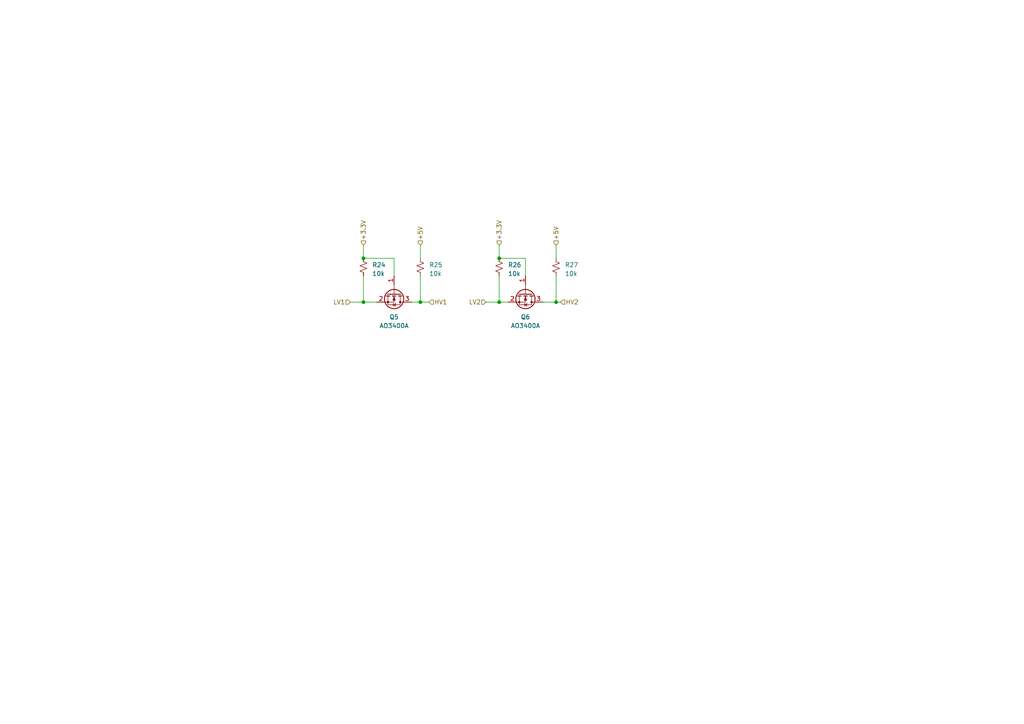
<source format=kicad_sch>
(kicad_sch (version 20230121) (generator eeschema)
  (paper "A4")
  (lib_symbols
    (symbol "Device:R_Small_US" (pin_numbers hide) (pin_names (offset 0.254) hide)
      (property "Reference" "R" (at 0.762 0.508 0))
      (property "Value" "R_Small_US" (at 0.762 -1.016 0))
      (symbol "R_Small_US_1_1"
        (polyline (pts (xy 0 0) (xy 1.016 -0.381) (xy 0 -0.762) (xy -1.016 -1.143) (xy 0 -1.524)))
        (polyline (pts (xy 0 1.524) (xy 1.016 1.143) (xy 0 0.762) (xy -1.016 0.381) (xy 0 0)))
        (pin passive line (at 0 2.54 270) (length 1.016) (name "~") (number "1"))
        (pin passive line (at 0 -2.54 90) (length 1.016) (name "~") (number "2"))
      )
    )
    (symbol "Transistor_FET:AO3400A" (pin_names hide)
      (property "Reference" "Q" (at 5.08 1.905 0))
      (property "Value" "AO3400A" (at 5.08 0 0))
      (symbol "AO3400A_0_1"
        (polyline (pts (xy 0.254 0) (xy -2.54 0)))
        (polyline (pts (xy 0.254 1.905) (xy 0.254 -1.905)) (stroke (width 0.254)))
        (polyline (pts (xy 0.762 -1.27) (xy 0.762 -2.286)) (stroke (width 0.254)))
        (polyline (pts (xy 0.762 0.508) (xy 0.762 -0.508)) (stroke (width 0.254)))
        (polyline (pts (xy 0.762 2.286) (xy 0.762 1.27)) (stroke (width 0.254)))
        (polyline (pts (xy 2.54 2.54) (xy 2.54 1.778)))
        (polyline (pts (xy 2.54 -2.54) (xy 2.54 0) (xy 0.762 0)))
        (polyline (pts (xy 0.762 -1.778) (xy 3.302 -1.778) (xy 3.302 1.778) (xy 0.762 1.778)))
        (polyline (pts (xy 1.016 0) (xy 2.032 0.381) (xy 2.032 -0.381) (xy 1.016 0)) (fill (type outline)))
        (polyline (pts (xy 2.794 0.508) (xy 2.921 0.381) (xy 3.683 0.381) (xy 3.81 0.254)))
        (polyline (pts (xy 3.302 0.381) (xy 2.921 -0.254) (xy 3.683 -0.254) (xy 3.302 0.381)))
        (circle (center 1.651 0) (radius 2.794) (stroke (width 0.254)))
        (circle (center 2.54 -1.778) (radius 0.254) (fill (type outline)))
        (circle (center 2.54 1.778) (radius 0.254) (fill (type outline)))
      )
      (symbol "AO3400A_1_1"
        (pin input line (at -5.08 0 0) (length 2.54) (name "G") (number "1"))
        (pin passive line (at 2.54 -5.08 90) (length 2.54) (name "S") (number "2"))
        (pin passive line (at 2.54 5.08 270) (length 2.54) (name "D") (number "3"))
      )
    )
  )
  (junction (at 144.78 74.93))
  (junction (at 161.29 87.63))
  (junction (at 121.92 87.63))
  (junction (at 144.78 87.63))
  (junction (at 105.41 74.93))
  (junction (at 105.41 87.63))
  (wire (pts (xy 119.38 87.63) (xy 121.92 87.63)))
  (wire (pts (xy 101.6 87.63) (xy 105.41 87.63)))
  (wire (pts (xy 105.41 71.12) (xy 105.41 74.93)))
  (wire (pts (xy 144.78 74.93) (xy 152.4 74.93)))
  (wire (pts (xy 105.41 80.01) (xy 105.41 87.63)))
  (wire (pts (xy 144.78 87.63) (xy 147.32 87.63)))
  (wire (pts (xy 121.92 80.01) (xy 121.92 87.63)))
  (wire (pts (xy 161.29 80.01) (xy 161.29 87.63)))
  (wire (pts (xy 144.78 80.01) (xy 144.78 87.63)))
  (wire (pts (xy 144.78 71.12) (xy 144.78 74.93)))
  (wire (pts (xy 161.29 71.12) (xy 161.29 74.93)))
  (wire (pts (xy 121.92 71.12) (xy 121.92 74.93)))
  (wire (pts (xy 152.4 74.93) (xy 152.4 80.01)))
  (wire (pts (xy 140.97 87.63) (xy 144.78 87.63)))
  (wire (pts (xy 105.41 87.63) (xy 109.22 87.63)))
  (wire (pts (xy 114.3 74.93) (xy 114.3 80.01)))
  (wire (pts (xy 121.92 87.63) (xy 124.46 87.63)))
  (wire (pts (xy 105.41 74.93) (xy 114.3 74.93)))
  (wire (pts (xy 161.29 87.63) (xy 162.56 87.63)))
  (wire (pts (xy 157.48 87.63) (xy 161.29 87.63)))
  (hierarchical_label "+3.3V" (shape input) (at 144.78 71.12 90))
  (hierarchical_label "LV1" (shape input) (at 101.6 87.63 180))
  (hierarchical_label "+3.3V" (shape input) (at 105.41 71.12 90))
  (hierarchical_label "+5V" (shape input) (at 121.92 71.12 90))
  (hierarchical_label "LV2" (shape input) (at 140.97 87.63 180))
  (hierarchical_label "HV2" (shape input) (at 162.56 87.63 0))
  (hierarchical_label "HV1" (shape input) (at 124.46 87.63 0))
  (hierarchical_label "+5V" (shape input) (at 161.29 71.12 90))
  (symbol (lib_id "Transistor_FET:AO3400A") (at 114.3 85.09 270) (unit 1)
    (property "Reference" "Q5" (at 114.3 91.948 90))
    (property "Value" "AO3400A" (at 114.3 94.488 90))
    (property "Footprint" "Package_TO_SOT_SMD:SOT-23" (effects hide))
    (property "Datasheet" "http://www.aosmd.com/pdfs/datasheet/AO3400A.pdf" (effects hide))
    (property "LCSC" "C20917" (effects hide))
  )
  (symbol (lib_id "Transistor_FET:AO3400A") (at 152.4 85.09 270) (unit 1)
    (property "Reference" "Q6" (at 152.4 91.948 90))
    (property "Value" "AO3400A" (at 152.4 94.488 90))
    (property "Footprint" "Package_TO_SOT_SMD:SOT-23" (effects hide))
    (property "Datasheet" "http://www.aosmd.com/pdfs/datasheet/AO3400A.pdf" (effects hide))
    (property "LCSC" "C20917" (effects hide))
  )
  (symbol (lib_id "Device:R_Small_US") (at 105.41 77.47 0) (unit 1)
    (property "Reference" "R24" (at 107.95 76.835 0) (effects (justify left)))
    (property "Value" "10k" (at 107.95 79.375 0) (effects (justify left)))
    (property "Footprint" "Resistor_SMD:R_1206_3216Metric" (effects hide))
    (property "LCSC" "C17902" (effects hide))
  )
  (symbol (lib_id "Device:R_Small_US") (at 161.29 77.47 0) (unit 1)
    (property "Reference" "R27" (at 163.83 76.835 0) (effects (justify left)))
    (property "Value" "10k" (at 163.83 79.375 0) (effects (justify left)))
    (property "Footprint" "Resistor_SMD:R_1206_3216Metric" (effects hide))
    (property "LCSC" "C17902" (effects hide))
  )
  (symbol (lib_id "Device:R_Small_US") (at 144.78 77.47 0) (unit 1)
    (property "Reference" "R26" (at 147.32 76.835 0) (effects (justify left)))
    (property "Value" "10k" (at 147.32 79.375 0) (effects (justify left)))
    (property "Footprint" "Resistor_SMD:R_1206_3216Metric" (effects hide))
    (property "LCSC" "C17902" (effects hide))
  )
  (symbol (lib_id "Device:R_Small_US") (at 121.92 77.47 0) (unit 1)
    (property "Reference" "R25" (at 124.46 76.835 0) (effects (justify left)))
    (property "Value" "10k" (at 124.46 79.375 0) (effects (justify left)))
    (property "Footprint" "Resistor_SMD:R_1206_3216Metric" (effects hide))
    (property "LCSC" "C17902" (effects hide))
  )
)
</source>
